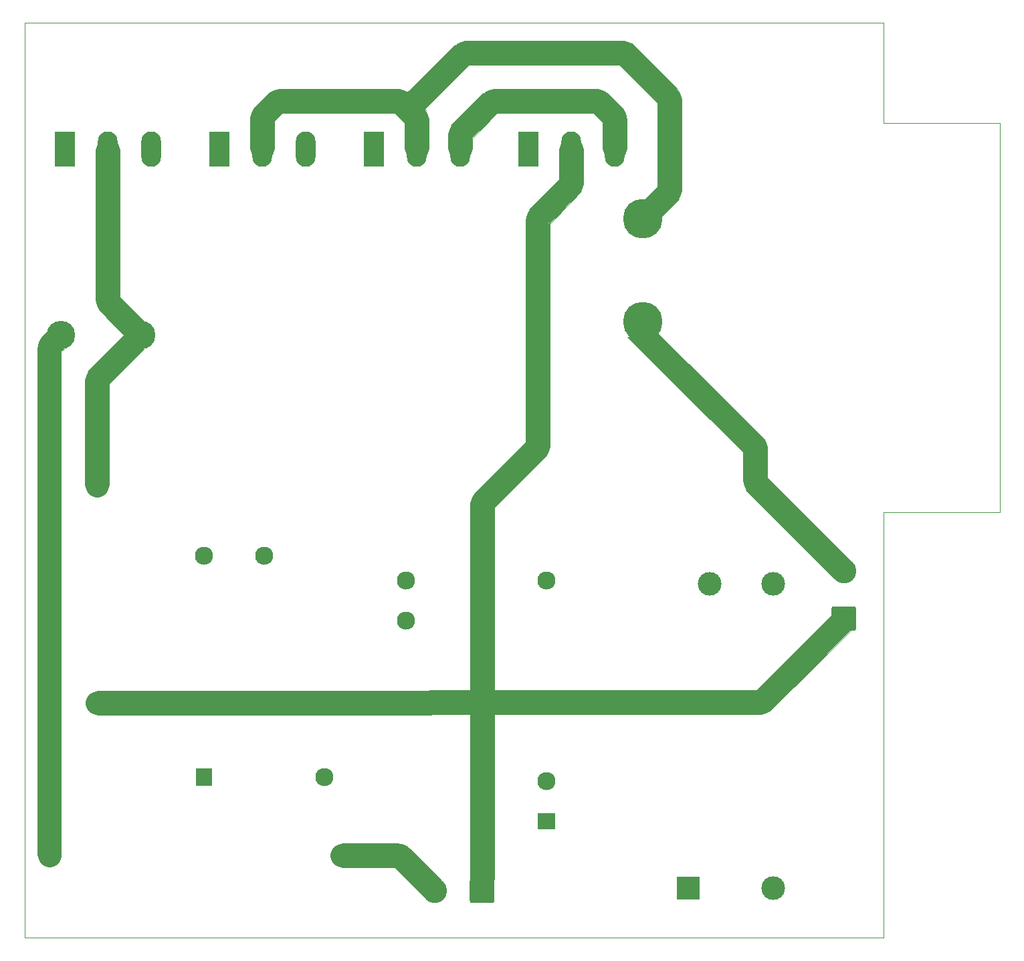
<source format=gbr>
%TF.GenerationSoftware,KiCad,Pcbnew,(5.1.7)-1*%
%TF.CreationDate,2020-12-23T12:42:28-08:00*%
%TF.ProjectId,Sine_Dimmer,53696e65-5f44-4696-9d6d-65722e6b6963,1.0*%
%TF.SameCoordinates,PX544c140PY8fe2f60*%
%TF.FileFunction,Soldermask,Bot*%
%TF.FilePolarity,Negative*%
%FSLAX46Y46*%
G04 Gerber Fmt 4.6, Leading zero omitted, Abs format (unit mm)*
G04 Created by KiCad (PCBNEW (5.1.7)-1) date 2020-12-23 12:42:28*
%MOMM*%
%LPD*%
G01*
G04 APERTURE LIST*
%ADD10C,0.100000*%
%ADD11C,3.000000*%
%TA.AperFunction,Profile*%
%ADD12C,0.050000*%
%TD*%
%ADD13O,2.500000X4.500000*%
%ADD14R,2.500000X4.500000*%
%ADD15C,2.300000*%
%ADD16R,2.300000X2.000000*%
%ADD17R,3.000000X3.000000*%
%ADD18C,3.000000*%
%ADD19R,2.000000X2.300000*%
%ADD20C,5.000000*%
%ADD21C,3.600000*%
%ADD22C,3.100000*%
%ADD23C,2.400000*%
G04 APERTURE END LIST*
D10*
G36*
X31623000Y103378000D02*
G01*
X31623000Y99822000D01*
X28575000Y99822000D01*
X28575000Y104013000D01*
X31623000Y103378000D01*
G37*
X31623000Y103378000D02*
X31623000Y99822000D01*
X28575000Y99822000D01*
X28575000Y104013000D01*
X31623000Y103378000D01*
G36*
X32639000Y104394000D02*
G01*
X31623000Y103378000D01*
X28956000Y105029000D01*
X30988000Y107061000D01*
X32639000Y104394000D01*
G37*
X32639000Y104394000D02*
X31623000Y103378000D01*
X28956000Y105029000D01*
X30988000Y107061000D01*
X32639000Y104394000D01*
G36*
X46863000Y104394000D02*
G01*
X32639000Y104394000D01*
X32131000Y107442000D01*
X47498000Y107442000D01*
X46863000Y104394000D01*
G37*
X46863000Y104394000D02*
X32639000Y104394000D01*
X32131000Y107442000D01*
X47498000Y107442000D01*
X46863000Y104394000D01*
G36*
X50800000Y104775000D02*
G01*
X48133000Y103124000D01*
X46863000Y104394000D01*
X48514000Y107188000D01*
X50800000Y104775000D01*
G37*
X50800000Y104775000D02*
X48133000Y103124000D01*
X46863000Y104394000D01*
X48514000Y107188000D01*
X50800000Y104775000D01*
G36*
X51181000Y99822000D02*
G01*
X48133000Y99822000D01*
X48133000Y103124000D01*
X51181000Y103759000D01*
X51181000Y99822000D01*
G37*
X51181000Y99822000D02*
X48133000Y99822000D01*
X48133000Y103124000D01*
X51181000Y103759000D01*
X51181000Y99822000D01*
G36*
X56642000Y101219000D02*
G01*
X56642000Y99822000D01*
X53594000Y99822000D01*
X53594000Y101854000D01*
X56642000Y101219000D01*
G37*
X56642000Y101219000D02*
X56642000Y99822000D01*
X53594000Y99822000D01*
X53594000Y101854000D01*
X56642000Y101219000D01*
G36*
X59817000Y104394000D02*
G01*
X56642000Y101219000D01*
X53975000Y102870000D01*
X58039000Y106934000D01*
X59817000Y104394000D01*
G37*
X59817000Y104394000D02*
X56642000Y101219000D01*
X53975000Y102870000D01*
X58039000Y106934000D01*
X59817000Y104394000D01*
G36*
X72009000Y104394000D02*
G01*
X59817000Y104394000D01*
X59309000Y107442000D01*
X72644000Y107442000D01*
X72009000Y104394000D01*
G37*
X72009000Y104394000D02*
X59817000Y104394000D01*
X59309000Y107442000D01*
X72644000Y107442000D01*
X72009000Y104394000D01*
G36*
X75819000Y104902000D02*
G01*
X73152000Y103251000D01*
X72009000Y104394000D01*
X73787000Y106934000D01*
X75819000Y104902000D01*
G37*
X75819000Y104902000D02*
X73152000Y103251000D01*
X72009000Y104394000D01*
X73787000Y106934000D01*
X75819000Y104902000D01*
G36*
X76200000Y99822000D02*
G01*
X73152000Y99822000D01*
X73152000Y103251000D01*
X76200000Y103759000D01*
X76200000Y99822000D01*
G37*
X76200000Y99822000D02*
X73152000Y99822000D01*
X73152000Y103251000D01*
X76200000Y103759000D01*
X76200000Y99822000D01*
G36*
X56261000Y110490000D02*
G01*
X50673000Y104902000D01*
X48514000Y107061000D01*
X54483000Y113030000D01*
X56261000Y110490000D01*
G37*
X56261000Y110490000D02*
X50673000Y104902000D01*
X48514000Y107061000D01*
X54483000Y113030000D01*
X56261000Y110490000D01*
G36*
X75311000Y110490000D02*
G01*
X56261000Y110490000D01*
X55626000Y113538000D01*
X75946000Y113538000D01*
X75311000Y110490000D01*
G37*
X75311000Y110490000D02*
X56261000Y110490000D01*
X55626000Y113538000D01*
X75946000Y113538000D01*
X75311000Y110490000D01*
G36*
X82677000Y107442000D02*
G01*
X80137000Y105664000D01*
X75311000Y110490000D01*
X76835000Y113284000D01*
X82677000Y107442000D01*
G37*
X82677000Y107442000D02*
X80137000Y105664000D01*
X75311000Y110490000D01*
X76835000Y113284000D01*
X82677000Y107442000D01*
G36*
X83185000Y94488000D02*
G01*
X80137000Y95123000D01*
X80137000Y105664000D01*
X83185000Y106299000D01*
X83185000Y94488000D01*
G37*
X83185000Y94488000D02*
X80137000Y95123000D01*
X80137000Y105664000D01*
X83185000Y106299000D01*
X83185000Y94488000D01*
G36*
X82804000Y93472000D02*
G01*
X80645000Y91313000D01*
X78486000Y93472000D01*
X80137000Y95123000D01*
X82804000Y93472000D01*
G37*
X82804000Y93472000D02*
X80645000Y91313000D01*
X78486000Y93472000D01*
X80137000Y95123000D01*
X82804000Y93472000D01*
G36*
X70739000Y95377000D02*
G01*
X67691000Y96012000D01*
X67691000Y99949000D01*
X70739000Y99949000D01*
X70739000Y95377000D01*
G37*
X70739000Y95377000D02*
X67691000Y96012000D01*
X67691000Y99949000D01*
X70739000Y99949000D01*
X70739000Y95377000D01*
G36*
X70485000Y94488000D02*
G01*
X66548000Y90424000D01*
X63881000Y92202000D01*
X67691000Y96012000D01*
X70485000Y94488000D01*
G37*
X70485000Y94488000D02*
X66548000Y90424000D01*
X63881000Y92202000D01*
X67691000Y96012000D01*
X70485000Y94488000D01*
D11*
X69215000Y95377000D02*
G75*
G03*
X69215000Y95377000I0J0D01*
G01*
D10*
G36*
X12065000Y81153000D02*
G01*
X9017000Y80645000D01*
X9017000Y99822000D01*
X12065000Y99822000D01*
X12065000Y81153000D01*
G37*
X12065000Y81153000D02*
X9017000Y80645000D01*
X9017000Y99822000D01*
X12065000Y99822000D01*
X12065000Y81153000D01*
G36*
X13081000Y75946000D02*
G01*
X12573000Y75946000D01*
X12573000Y76708000D01*
X13081000Y76708000D01*
X13081000Y75946000D01*
G37*
X13081000Y75946000D02*
X12573000Y75946000D01*
X12573000Y76708000D01*
X13081000Y76708000D01*
X13081000Y75946000D01*
G36*
X15113000Y78105000D02*
G01*
X12573000Y76327000D01*
X9398000Y79502000D01*
X12065000Y81153000D01*
X15113000Y78105000D01*
G37*
X15113000Y78105000D02*
X12573000Y76327000D01*
X9398000Y79502000D01*
X12065000Y81153000D01*
X15113000Y78105000D01*
G36*
X66446400Y90474800D02*
G01*
X66446400Y62128400D01*
X63449200Y62788800D01*
X63449200Y91084400D01*
X66446400Y90474800D01*
G37*
X66446400Y90474800D02*
X66446400Y62128400D01*
X63449200Y62788800D01*
X63449200Y91084400D01*
X66446400Y90474800D01*
G36*
X93218000Y63500000D02*
G01*
X90932000Y61468000D01*
X76327000Y76073000D01*
X80137000Y76581000D01*
X93218000Y63500000D01*
G37*
X93218000Y63500000D02*
X90932000Y61468000D01*
X76327000Y76073000D01*
X80137000Y76581000D01*
X93218000Y63500000D01*
G36*
X15113000Y74549000D02*
G01*
X10668000Y70104000D01*
X8001000Y71755000D01*
X12573000Y76327000D01*
X15113000Y74549000D01*
G37*
X15113000Y74549000D02*
X10668000Y70104000D01*
X8001000Y71755000D01*
X12573000Y76327000D01*
X15113000Y74549000D01*
G36*
X10668000Y70104000D02*
G01*
X10668000Y57277000D01*
X7620000Y57277000D01*
X7620000Y70739000D01*
X10668000Y70104000D01*
G37*
X10668000Y70104000D02*
X10668000Y57277000D01*
X7620000Y57277000D01*
X7620000Y70739000D01*
X10668000Y70104000D01*
G36*
X66090800Y61112400D02*
G01*
X59486800Y54508400D01*
X56946800Y56235600D01*
X63449200Y62738000D01*
X66090800Y61112400D01*
G37*
X66090800Y61112400D02*
X59486800Y54508400D01*
X56946800Y56235600D01*
X63449200Y62738000D01*
X66090800Y61112400D01*
G36*
X93980000Y58293000D02*
G01*
X90932000Y57785000D01*
X90932000Y61468000D01*
X93980000Y62230000D01*
X93980000Y58293000D01*
G37*
X93980000Y58293000D02*
X90932000Y57785000D01*
X90932000Y61468000D01*
X93980000Y62230000D01*
X93980000Y58293000D01*
G36*
X104648000Y47625000D02*
G01*
X102489000Y45466000D01*
X91313000Y56642000D01*
X93980000Y58293000D01*
X104648000Y47625000D01*
G37*
X104648000Y47625000D02*
X102489000Y45466000D01*
X91313000Y56642000D01*
X93980000Y58293000D01*
X104648000Y47625000D01*
G36*
X104648000Y38989000D02*
G01*
X94361000Y28702000D01*
X92710000Y31369000D01*
X102235000Y40894000D01*
X104648000Y38989000D01*
G37*
X104648000Y38989000D02*
X94361000Y28702000D01*
X92710000Y31369000D01*
X102235000Y40894000D01*
X104648000Y38989000D01*
G36*
X93345000Y28321000D02*
G01*
X9144000Y28194000D01*
X9144000Y31242000D01*
X92710000Y31369000D01*
X93345000Y28321000D01*
G37*
X93345000Y28321000D02*
X9144000Y28194000D01*
X9144000Y31242000D01*
X92710000Y31369000D01*
X93345000Y28321000D01*
G36*
X59436000Y54483000D02*
G01*
X59436000Y7366000D01*
X56388000Y7366000D01*
X56388000Y55118000D01*
X59436000Y54483000D01*
G37*
X59436000Y54483000D02*
X59436000Y7366000D01*
X56388000Y7366000D01*
X56388000Y55118000D01*
X59436000Y54483000D01*
G36*
X4978400Y74574400D02*
G01*
X4622800Y74269600D01*
X2133600Y76047600D01*
X2946400Y76860400D01*
X4978400Y74574400D01*
G37*
X4978400Y74574400D02*
X4622800Y74269600D01*
X2133600Y76047600D01*
X2946400Y76860400D01*
X4978400Y74574400D01*
G36*
X4622800Y74269600D02*
G01*
X4622800Y10414000D01*
X1625600Y10414000D01*
X1625600Y74828400D01*
X4622800Y74269600D01*
G37*
X4622800Y74269600D02*
X4622800Y10414000D01*
X1625600Y10414000D01*
X1625600Y74828400D01*
X4622800Y74269600D01*
G36*
X46863000Y8890000D02*
G01*
X40132000Y8890000D01*
X40132000Y11938000D01*
X47371000Y11938000D01*
X46863000Y8890000D01*
G37*
X46863000Y8890000D02*
X40132000Y8890000D01*
X40132000Y11938000D01*
X47371000Y11938000D01*
X46863000Y8890000D01*
G36*
X52705000Y7366000D02*
G01*
X50546000Y5207000D01*
X46863000Y8890000D01*
X48768000Y11303000D01*
X52705000Y7366000D01*
G37*
X52705000Y7366000D02*
X50546000Y5207000D01*
X46863000Y8890000D01*
X48768000Y11303000D01*
X52705000Y7366000D01*
D11*
X30099000Y99822000D02*
G75*
G03*
X30099000Y99822000I0J0D01*
G01*
X30099000Y104013000D02*
G75*
G03*
X30099000Y104013000I0J0D01*
G01*
X32004000Y105918000D02*
G75*
G03*
X32004000Y105918000I0J0D01*
G01*
X47498000Y105918000D02*
G75*
G03*
X47498000Y105918000I0J0D01*
G01*
X49657000Y103759000D02*
G75*
G03*
X49657000Y103759000I0J0D01*
G01*
X49657000Y99822000D02*
G75*
G03*
X49657000Y99822000I0J0D01*
G01*
X55118000Y99822000D02*
G75*
G03*
X55118000Y99822000I0J0D01*
G01*
X55118000Y101854000D02*
G75*
G03*
X55118000Y101854000I0J0D01*
G01*
X59182000Y105918000D02*
G75*
G03*
X59182000Y105918000I0J0D01*
G01*
X72644000Y105918000D02*
G75*
G03*
X72644000Y105918000I0J0D01*
G01*
X74676000Y103886000D02*
G75*
G03*
X74676000Y103886000I0J0D01*
G01*
X74676000Y99822000D02*
G75*
G03*
X74676000Y99822000I0J0D01*
G01*
X55626000Y112014000D02*
G75*
G03*
X55626000Y112014000I0J0D01*
G01*
X75946000Y112014000D02*
G75*
G03*
X75946000Y112014000I0J0D01*
G01*
X81661000Y106299000D02*
G75*
G03*
X81661000Y106299000I0J0D01*
G01*
X81661000Y94488000D02*
G75*
G03*
X81661000Y94488000I0J0D01*
G01*
X69215000Y99949000D02*
G75*
G03*
X69215000Y99949000I0J0D01*
G01*
X10541000Y99822000D02*
G75*
G03*
X10541000Y99822000I0J0D01*
G01*
X10541000Y80518000D02*
G75*
G03*
X10541000Y80518000I0J0D01*
G01*
X9144000Y70739000D02*
G75*
G03*
X9144000Y70739000I0J0D01*
G01*
X92456000Y62230000D02*
G75*
G03*
X92456000Y62230000I0J0D01*
G01*
X64973200Y91135200D02*
G75*
G03*
X64973200Y91135200I0J0D01*
G01*
X64947800Y62103000D02*
G75*
G03*
X64947800Y62103000I0J0D01*
G01*
X92456000Y57658000D02*
G75*
G03*
X92456000Y57658000I0J0D01*
G01*
X57912000Y55118000D02*
G75*
G03*
X57912000Y55118000I0J0D01*
G01*
X9144000Y57277000D02*
G75*
G03*
X9144000Y57277000I0J0D01*
G01*
X93345000Y29845000D02*
G75*
G03*
X93345000Y29845000I0J0D01*
G01*
X9144000Y29718000D02*
G75*
G03*
X9144000Y29718000I0J0D01*
G01*
X3149600Y74930000D02*
G75*
G03*
X3149600Y74930000I0J0D01*
G01*
X3124200Y10414000D02*
G75*
G03*
X3124200Y10414000I0J0D01*
G01*
X47498000Y10414000D02*
G75*
G03*
X47498000Y10414000I0J0D01*
G01*
X40132000Y10414000D02*
G75*
G03*
X40132000Y10414000I0J0D01*
G01*
D12*
X0Y0D02*
X0Y115824000D01*
X108712000Y0D02*
X0Y0D01*
X108712000Y53848000D02*
X108712000Y0D01*
X108712000Y115824000D02*
X108712000Y103124000D01*
X0Y115824000D02*
X108712000Y115824000D01*
X123444000Y53848000D02*
X108712000Y53848000D01*
X123444000Y103124000D02*
X123444000Y53848000D01*
X108712000Y103124000D02*
X123444000Y103124000D01*
D13*
%TO.C,Q4*%
X74654000Y99822000D03*
X69204000Y99822000D03*
D14*
X63754000Y99822000D03*
%TD*%
D13*
%TO.C,Q3*%
X55096000Y99822000D03*
X49646000Y99822000D03*
D14*
X44196000Y99822000D03*
%TD*%
D13*
%TO.C,Q2*%
X35538000Y99822000D03*
X30088000Y99822000D03*
D14*
X24638000Y99822000D03*
%TD*%
D13*
%TO.C,Q1*%
X15980000Y99822000D03*
X10530000Y99822000D03*
D14*
X5080000Y99822000D03*
%TD*%
D15*
%TO.C,PS3*%
X48260000Y40132000D03*
X48260000Y45212000D03*
X66040000Y19812000D03*
D16*
X66040000Y14732000D03*
D15*
X66040000Y45212000D03*
%TD*%
D17*
%TO.C,PS2*%
X83991000Y6331000D03*
D18*
X86741000Y44831000D03*
X94741000Y6331000D03*
X94741000Y44831000D03*
%TD*%
D15*
%TO.C,PS1*%
X30333000Y48387000D03*
X37933000Y20387000D03*
D19*
X22733000Y20387000D03*
D15*
X22733000Y48387000D03*
%TD*%
D20*
%TO.C,L2*%
X78232000Y91059000D03*
X78232000Y78059000D03*
%TD*%
D21*
%TO.C,L1*%
X14732000Y76327000D03*
X4572000Y76327000D03*
%TD*%
D22*
%TO.C,J2*%
X103695500Y46418500D03*
G36*
G01*
X104995501Y38868500D02*
X102395499Y38868500D01*
G75*
G02*
X102145500Y39118499I0J249999D01*
G01*
X102145500Y41718501D01*
G75*
G02*
X102395499Y41968500I249999J0D01*
G01*
X104995501Y41968500D01*
G75*
G02*
X105245500Y41718501I0J-249999D01*
G01*
X105245500Y39118499D01*
G75*
G02*
X104995501Y38868500I-249999J0D01*
G01*
G37*
%TD*%
%TO.C,J1*%
X51912000Y5969000D03*
G36*
G01*
X59462000Y7269001D02*
X59462000Y4668999D01*
G75*
G02*
X59212001Y4419000I-249999J0D01*
G01*
X56611999Y4419000D01*
G75*
G02*
X56362000Y4668999I0J249999D01*
G01*
X56362000Y7269001D01*
G75*
G02*
X56611999Y7519000I249999J0D01*
G01*
X59212001Y7519000D01*
G75*
G02*
X59462000Y7269001I0J-249999D01*
G01*
G37*
%TD*%
D23*
%TO.C,F1*%
X40132000Y10414000D03*
X3132000Y10414000D03*
%TD*%
%TO.C,C13*%
X64956000Y62103000D03*
X92456000Y62103000D03*
%TD*%
%TO.C,C2*%
X9144000Y29777000D03*
X9144000Y57277000D03*
%TD*%
M02*

</source>
